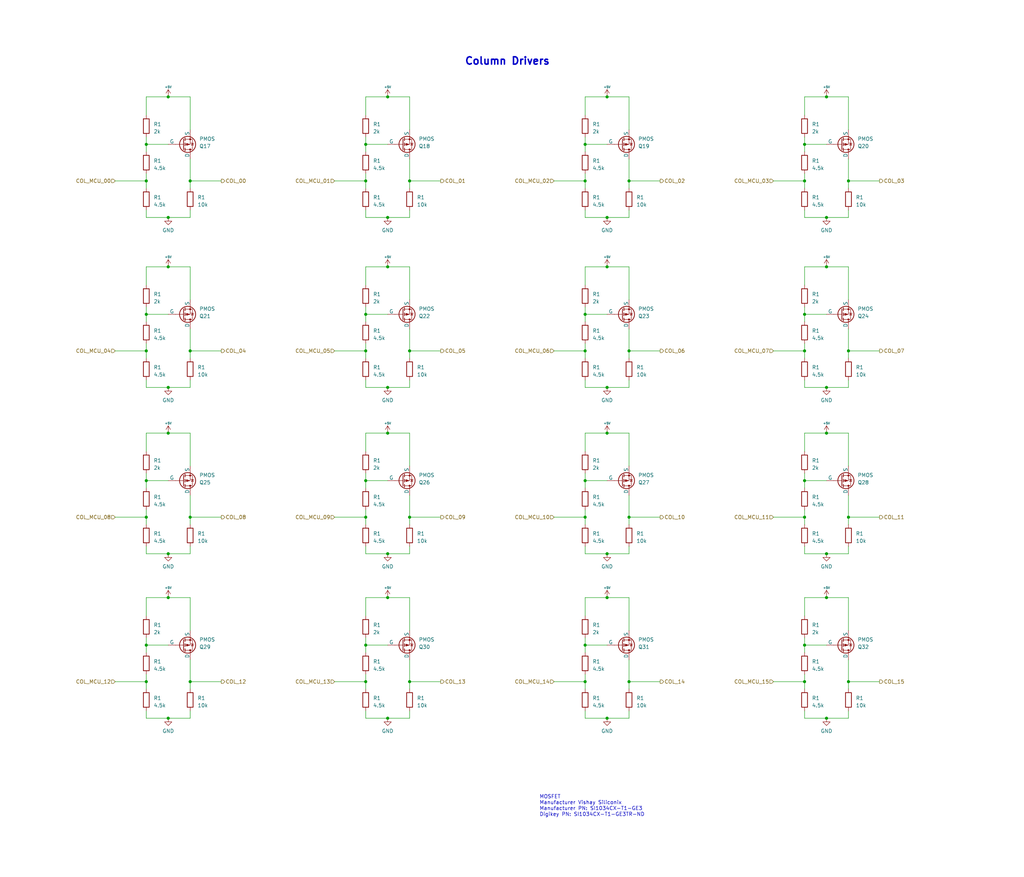
<source format=kicad_sch>
(kicad_sch (version 20230121) (generator eeschema)
  (paper "User" 355.6 304.8)
  (junction (at 203.2 50.165))
  (junction (at 134.62 207.645))
  (junction (at 127 62.865))
  (junction (at 203.2 179.705))
  (junction (at 203.2 224.155))
  (junction (at 287.02 75.565))
  (junction (at 50.8 224.155))
  (junction (at 203.2 236.855))
  (junction (at 279.4 121.92))
  (junction (at 210.82 75.565))
  (junction (at 279.4 109.22))
  (junction (at 58.42 150.495))
  (junction (at 66.04 121.92))
  (junction (at 287.02 134.62))
  (junction (at 279.4 236.855))
  (junction (at 218.44 121.92))
  (junction (at 134.62 134.62))
  (junction (at 294.64 236.855))
  (junction (at 287.02 150.495))
  (junction (at 142.24 236.855))
  (junction (at 203.2 167.005))
  (junction (at 279.4 167.005))
  (junction (at 210.82 192.405))
  (junction (at 58.42 207.645))
  (junction (at 66.04 236.855))
  (junction (at 287.02 192.405))
  (junction (at 50.8 121.92))
  (junction (at 218.44 236.855))
  (junction (at 127 50.165))
  (junction (at 294.64 62.865))
  (junction (at 50.8 236.855))
  (junction (at 142.24 121.92))
  (junction (at 279.4 62.865))
  (junction (at 142.24 179.705))
  (junction (at 134.62 33.655))
  (junction (at 287.02 33.655))
  (junction (at 58.42 92.71))
  (junction (at 127 224.155))
  (junction (at 210.82 92.71))
  (junction (at 58.42 192.405))
  (junction (at 279.4 179.705))
  (junction (at 210.82 207.645))
  (junction (at 134.62 192.405))
  (junction (at 287.02 92.71))
  (junction (at 210.82 33.655))
  (junction (at 127 167.005))
  (junction (at 58.42 33.655))
  (junction (at 50.8 167.005))
  (junction (at 127 179.705))
  (junction (at 294.64 121.92))
  (junction (at 58.42 134.62))
  (junction (at 287.02 249.555))
  (junction (at 210.82 150.495))
  (junction (at 50.8 109.22))
  (junction (at 50.8 179.705))
  (junction (at 58.42 249.555))
  (junction (at 134.62 249.555))
  (junction (at 134.62 75.565))
  (junction (at 210.82 249.555))
  (junction (at 203.2 109.22))
  (junction (at 279.4 224.155))
  (junction (at 66.04 62.865))
  (junction (at 50.8 50.165))
  (junction (at 218.44 62.865))
  (junction (at 134.62 92.71))
  (junction (at 210.82 134.62))
  (junction (at 203.2 121.92))
  (junction (at 203.2 62.865))
  (junction (at 287.02 207.645))
  (junction (at 294.64 179.705))
  (junction (at 66.04 179.705))
  (junction (at 50.8 62.865))
  (junction (at 218.44 179.705))
  (junction (at 134.62 150.495))
  (junction (at 127 121.92))
  (junction (at 127 236.855))
  (junction (at 279.4 50.165))
  (junction (at 142.24 62.865))
  (junction (at 127 109.22))
  (junction (at 58.42 75.565))
  (wire (pts (xy 50.8 150.495) (xy 58.42 150.495)))
  (wire (pts (xy 218.44 192.405) (xy 218.44 189.865)))
  (wire (pts (xy 50.8 50.165) (xy 58.42 50.165)))
  (wire (pts (xy 66.04 179.705) (xy 76.835 179.705)))
  (wire (pts (xy 203.2 236.855) (xy 203.2 239.395)))
  (wire (pts (xy 142.24 121.92) (xy 153.035 121.92)))
  (wire (pts (xy 116.205 236.855) (xy 127 236.855)))
  (wire (pts (xy 50.8 134.62) (xy 58.42 134.62)))
  (wire (pts (xy 203.2 119.38) (xy 203.2 121.92)))
  (wire (pts (xy 218.44 121.92) (xy 229.235 121.92)))
  (wire (pts (xy 142.24 62.865) (xy 153.035 62.865)))
  (wire (pts (xy 203.2 189.865) (xy 203.2 192.405)))
  (wire (pts (xy 50.8 106.68) (xy 50.8 109.22)))
  (wire (pts (xy 294.64 121.92) (xy 294.64 124.46)))
  (wire (pts (xy 294.64 92.71) (xy 294.64 104.14)))
  (wire (pts (xy 279.4 207.645) (xy 287.02 207.645)))
  (wire (pts (xy 127 207.645) (xy 134.62 207.645)))
  (wire (pts (xy 268.605 179.705) (xy 279.4 179.705)))
  (wire (pts (xy 127 224.155) (xy 127 226.695)))
  (wire (pts (xy 50.8 247.015) (xy 50.8 249.555)))
  (wire (pts (xy 50.8 249.555) (xy 58.42 249.555)))
  (wire (pts (xy 218.44 179.705) (xy 218.44 182.245)))
  (wire (pts (xy 294.64 75.565) (xy 294.64 73.025)))
  (wire (pts (xy 134.62 33.655) (xy 142.24 33.655)))
  (wire (pts (xy 127 60.325) (xy 127 62.865)))
  (wire (pts (xy 218.44 172.085) (xy 218.44 179.705)))
  (wire (pts (xy 127 192.405) (xy 134.62 192.405)))
  (wire (pts (xy 127 167.005) (xy 127 169.545)))
  (wire (pts (xy 287.02 249.555) (xy 294.64 249.555)))
  (wire (pts (xy 50.8 99.06) (xy 50.8 92.71)))
  (wire (pts (xy 50.8 221.615) (xy 50.8 224.155)))
  (wire (pts (xy 279.4 62.865) (xy 279.4 65.405)))
  (wire (pts (xy 142.24 62.865) (xy 142.24 65.405)))
  (wire (pts (xy 279.4 189.865) (xy 279.4 192.405)))
  (wire (pts (xy 268.605 236.855) (xy 279.4 236.855)))
  (wire (pts (xy 218.44 150.495) (xy 218.44 161.925)))
  (wire (pts (xy 66.04 229.235) (xy 66.04 236.855)))
  (wire (pts (xy 50.8 207.645) (xy 58.42 207.645)))
  (wire (pts (xy 294.64 236.855) (xy 305.435 236.855)))
  (wire (pts (xy 203.2 75.565) (xy 210.82 75.565)))
  (wire (pts (xy 203.2 106.68) (xy 203.2 109.22)))
  (wire (pts (xy 66.04 33.655) (xy 66.04 45.085)))
  (wire (pts (xy 203.2 73.025) (xy 203.2 75.565)))
  (wire (pts (xy 50.8 75.565) (xy 58.42 75.565)))
  (wire (pts (xy 66.04 207.645) (xy 66.04 219.075)))
  (wire (pts (xy 50.8 213.995) (xy 50.8 207.645)))
  (wire (pts (xy 127 177.165) (xy 127 179.705)))
  (wire (pts (xy 279.4 121.92) (xy 279.4 124.46)))
  (wire (pts (xy 66.04 236.855) (xy 76.835 236.855)))
  (wire (pts (xy 279.4 150.495) (xy 287.02 150.495)))
  (wire (pts (xy 210.82 33.655) (xy 218.44 33.655)))
  (wire (pts (xy 66.04 236.855) (xy 66.04 239.395)))
  (wire (pts (xy 58.42 249.555) (xy 66.04 249.555)))
  (wire (pts (xy 192.405 121.92) (xy 203.2 121.92)))
  (wire (pts (xy 58.42 150.495) (xy 66.04 150.495)))
  (wire (pts (xy 127 50.165) (xy 134.62 50.165)))
  (wire (pts (xy 50.8 179.705) (xy 50.8 182.245)))
  (wire (pts (xy 66.04 92.71) (xy 66.04 104.14)))
  (wire (pts (xy 268.605 121.92) (xy 279.4 121.92)))
  (wire (pts (xy 279.4 177.165) (xy 279.4 179.705)))
  (wire (pts (xy 218.44 55.245) (xy 218.44 62.865)))
  (wire (pts (xy 218.44 114.3) (xy 218.44 121.92)))
  (wire (pts (xy 279.4 109.22) (xy 287.02 109.22)))
  (wire (pts (xy 142.24 179.705) (xy 142.24 182.245)))
  (wire (pts (xy 218.44 92.71) (xy 218.44 104.14)))
  (wire (pts (xy 294.64 114.3) (xy 294.64 121.92)))
  (wire (pts (xy 142.24 236.855) (xy 153.035 236.855)))
  (wire (pts (xy 203.2 207.645) (xy 210.82 207.645)))
  (wire (pts (xy 50.8 119.38) (xy 50.8 121.92)))
  (wire (pts (xy 287.02 33.655) (xy 294.64 33.655)))
  (wire (pts (xy 58.42 134.62) (xy 66.04 134.62)))
  (wire (pts (xy 294.64 179.705) (xy 305.435 179.705)))
  (wire (pts (xy 134.62 150.495) (xy 142.24 150.495)))
  (wire (pts (xy 210.82 249.555) (xy 218.44 249.555)))
  (wire (pts (xy 40.005 179.705) (xy 50.8 179.705)))
  (wire (pts (xy 50.8 50.165) (xy 50.8 52.705)))
  (wire (pts (xy 142.24 121.92) (xy 142.24 124.46)))
  (wire (pts (xy 58.42 192.405) (xy 66.04 192.405)))
  (wire (pts (xy 50.8 156.845) (xy 50.8 150.495)))
  (wire (pts (xy 218.44 62.865) (xy 229.235 62.865)))
  (wire (pts (xy 142.24 134.62) (xy 142.24 132.08)))
  (wire (pts (xy 127 75.565) (xy 134.62 75.565)))
  (wire (pts (xy 50.8 189.865) (xy 50.8 192.405)))
  (wire (pts (xy 279.4 60.325) (xy 279.4 62.865)))
  (wire (pts (xy 279.4 213.995) (xy 279.4 207.645)))
  (wire (pts (xy 66.04 172.085) (xy 66.04 179.705)))
  (wire (pts (xy 58.42 92.71) (xy 66.04 92.71)))
  (wire (pts (xy 279.4 236.855) (xy 279.4 239.395)))
  (wire (pts (xy 50.8 224.155) (xy 58.42 224.155)))
  (wire (pts (xy 142.24 179.705) (xy 153.035 179.705)))
  (wire (pts (xy 50.8 73.025) (xy 50.8 75.565)))
  (wire (pts (xy 279.4 132.08) (xy 279.4 134.62)))
  (wire (pts (xy 203.2 167.005) (xy 203.2 169.545)))
  (wire (pts (xy 203.2 221.615) (xy 203.2 224.155)))
  (wire (pts (xy 294.64 62.865) (xy 294.64 65.405)))
  (wire (pts (xy 203.2 60.325) (xy 203.2 62.865)))
  (wire (pts (xy 268.605 62.865) (xy 279.4 62.865)))
  (wire (pts (xy 127 224.155) (xy 134.62 224.155)))
  (wire (pts (xy 58.42 207.645) (xy 66.04 207.645)))
  (wire (pts (xy 127 167.005) (xy 134.62 167.005)))
  (wire (pts (xy 127 247.015) (xy 127 249.555)))
  (wire (pts (xy 127 164.465) (xy 127 167.005)))
  (wire (pts (xy 50.8 177.165) (xy 50.8 179.705)))
  (wire (pts (xy 279.4 40.005) (xy 279.4 33.655)))
  (wire (pts (xy 203.2 177.165) (xy 203.2 179.705)))
  (wire (pts (xy 40.005 62.865) (xy 50.8 62.865)))
  (wire (pts (xy 127 119.38) (xy 127 121.92)))
  (wire (pts (xy 127 134.62) (xy 134.62 134.62)))
  (wire (pts (xy 210.82 134.62) (xy 218.44 134.62)))
  (wire (pts (xy 279.4 224.155) (xy 279.4 226.695)))
  (wire (pts (xy 203.2 224.155) (xy 203.2 226.695)))
  (wire (pts (xy 203.2 92.71) (xy 210.82 92.71)))
  (wire (pts (xy 203.2 50.165) (xy 203.2 52.705)))
  (wire (pts (xy 279.4 224.155) (xy 287.02 224.155)))
  (wire (pts (xy 66.04 134.62) (xy 66.04 132.08)))
  (wire (pts (xy 142.24 229.235) (xy 142.24 236.855)))
  (wire (pts (xy 66.04 192.405) (xy 66.04 189.865)))
  (wire (pts (xy 294.64 121.92) (xy 305.435 121.92)))
  (wire (pts (xy 294.64 55.245) (xy 294.64 62.865)))
  (wire (pts (xy 50.8 167.005) (xy 50.8 169.545)))
  (wire (pts (xy 287.02 92.71) (xy 294.64 92.71)))
  (wire (pts (xy 66.04 150.495) (xy 66.04 161.925)))
  (wire (pts (xy 58.42 75.565) (xy 66.04 75.565)))
  (wire (pts (xy 218.44 236.855) (xy 218.44 239.395)))
  (wire (pts (xy 127 189.865) (xy 127 192.405)))
  (wire (pts (xy 50.8 236.855) (xy 50.8 239.395)))
  (wire (pts (xy 58.42 33.655) (xy 66.04 33.655)))
  (wire (pts (xy 218.44 179.705) (xy 229.235 179.705)))
  (wire (pts (xy 203.2 179.705) (xy 203.2 182.245)))
  (wire (pts (xy 50.8 40.005) (xy 50.8 33.655)))
  (wire (pts (xy 294.64 172.085) (xy 294.64 179.705)))
  (wire (pts (xy 50.8 33.655) (xy 58.42 33.655)))
  (wire (pts (xy 203.2 247.015) (xy 203.2 249.555)))
  (wire (pts (xy 203.2 121.92) (xy 203.2 124.46)))
  (wire (pts (xy 294.64 207.645) (xy 294.64 219.075)))
  (wire (pts (xy 127 150.495) (xy 134.62 150.495)))
  (wire (pts (xy 203.2 249.555) (xy 210.82 249.555)))
  (wire (pts (xy 50.8 47.625) (xy 50.8 50.165)))
  (wire (pts (xy 127 40.005) (xy 127 33.655)))
  (wire (pts (xy 279.4 249.555) (xy 287.02 249.555)))
  (wire (pts (xy 210.82 150.495) (xy 218.44 150.495)))
  (wire (pts (xy 66.04 75.565) (xy 66.04 73.025)))
  (wire (pts (xy 127 73.025) (xy 127 75.565)))
  (wire (pts (xy 279.4 47.625) (xy 279.4 50.165)))
  (wire (pts (xy 287.02 192.405) (xy 294.64 192.405)))
  (wire (pts (xy 134.62 134.62) (xy 142.24 134.62)))
  (wire (pts (xy 203.2 167.005) (xy 210.82 167.005)))
  (wire (pts (xy 134.62 249.555) (xy 142.24 249.555)))
  (wire (pts (xy 279.4 156.845) (xy 279.4 150.495)))
  (wire (pts (xy 203.2 47.625) (xy 203.2 50.165)))
  (wire (pts (xy 127 33.655) (xy 134.62 33.655)))
  (wire (pts (xy 203.2 213.995) (xy 203.2 207.645)))
  (wire (pts (xy 142.24 249.555) (xy 142.24 247.015)))
  (wire (pts (xy 127 92.71) (xy 134.62 92.71)))
  (wire (pts (xy 127 47.625) (xy 127 50.165)))
  (wire (pts (xy 218.44 236.855) (xy 229.235 236.855)))
  (wire (pts (xy 287.02 150.495) (xy 294.64 150.495)))
  (wire (pts (xy 218.44 249.555) (xy 218.44 247.015)))
  (wire (pts (xy 287.02 207.645) (xy 294.64 207.645)))
  (wire (pts (xy 127 50.165) (xy 127 52.705)))
  (wire (pts (xy 279.4 247.015) (xy 279.4 249.555)))
  (wire (pts (xy 203.2 134.62) (xy 210.82 134.62)))
  (wire (pts (xy 210.82 75.565) (xy 218.44 75.565)))
  (wire (pts (xy 66.04 121.92) (xy 76.835 121.92)))
  (wire (pts (xy 294.64 229.235) (xy 294.64 236.855)))
  (wire (pts (xy 203.2 62.865) (xy 203.2 65.405)))
  (wire (pts (xy 279.4 234.315) (xy 279.4 236.855)))
  (wire (pts (xy 210.82 92.71) (xy 218.44 92.71)))
  (wire (pts (xy 203.2 164.465) (xy 203.2 167.005)))
  (wire (pts (xy 50.8 167.005) (xy 58.42 167.005)))
  (wire (pts (xy 40.005 121.92) (xy 50.8 121.92)))
  (wire (pts (xy 279.4 75.565) (xy 287.02 75.565)))
  (wire (pts (xy 279.4 50.165) (xy 287.02 50.165)))
  (wire (pts (xy 279.4 134.62) (xy 287.02 134.62)))
  (wire (pts (xy 116.205 62.865) (xy 127 62.865)))
  (wire (pts (xy 294.64 150.495) (xy 294.64 161.925)))
  (wire (pts (xy 218.44 134.62) (xy 218.44 132.08)))
  (wire (pts (xy 142.24 92.71) (xy 142.24 104.14)))
  (wire (pts (xy 192.405 179.705) (xy 203.2 179.705)))
  (wire (pts (xy 142.24 114.3) (xy 142.24 121.92)))
  (wire (pts (xy 66.04 249.555) (xy 66.04 247.015)))
  (wire (pts (xy 134.62 75.565) (xy 142.24 75.565)))
  (wire (pts (xy 279.4 50.165) (xy 279.4 52.705)))
  (wire (pts (xy 116.205 121.92) (xy 127 121.92)))
  (wire (pts (xy 127 62.865) (xy 127 65.405)))
  (wire (pts (xy 127 99.06) (xy 127 92.71)))
  (wire (pts (xy 142.24 207.645) (xy 142.24 219.075)))
  (wire (pts (xy 203.2 109.22) (xy 210.82 109.22)))
  (wire (pts (xy 203.2 156.845) (xy 203.2 150.495)))
  (wire (pts (xy 203.2 40.005) (xy 203.2 33.655)))
  (wire (pts (xy 50.8 132.08) (xy 50.8 134.62)))
  (wire (pts (xy 127 179.705) (xy 127 182.245)))
  (wire (pts (xy 294.64 179.705) (xy 294.64 182.245)))
  (wire (pts (xy 279.4 179.705) (xy 279.4 182.245)))
  (wire (pts (xy 203.2 224.155) (xy 210.82 224.155)))
  (wire (pts (xy 142.24 33.655) (xy 142.24 45.085)))
  (wire (pts (xy 279.4 99.06) (xy 279.4 92.71)))
  (wire (pts (xy 279.4 164.465) (xy 279.4 167.005)))
  (wire (pts (xy 279.4 73.025) (xy 279.4 75.565)))
  (wire (pts (xy 134.62 207.645) (xy 142.24 207.645)))
  (wire (pts (xy 127 221.615) (xy 127 224.155)))
  (wire (pts (xy 279.4 109.22) (xy 279.4 111.76)))
  (wire (pts (xy 279.4 92.71) (xy 287.02 92.71)))
  (wire (pts (xy 279.4 221.615) (xy 279.4 224.155)))
  (wire (pts (xy 294.64 192.405) (xy 294.64 189.865)))
  (wire (pts (xy 203.2 234.315) (xy 203.2 236.855)))
  (wire (pts (xy 203.2 109.22) (xy 203.2 111.76)))
  (wire (pts (xy 50.8 92.71) (xy 58.42 92.71)))
  (wire (pts (xy 127 236.855) (xy 127 239.395)))
  (wire (pts (xy 287.02 134.62) (xy 294.64 134.62)))
  (wire (pts (xy 134.62 92.71) (xy 142.24 92.71)))
  (wire (pts (xy 50.8 109.22) (xy 58.42 109.22)))
  (wire (pts (xy 127 234.315) (xy 127 236.855)))
  (wire (pts (xy 127 109.22) (xy 127 111.76)))
  (wire (pts (xy 294.64 249.555) (xy 294.64 247.015)))
  (wire (pts (xy 66.04 62.865) (xy 66.04 65.405)))
  (wire (pts (xy 279.4 106.68) (xy 279.4 109.22)))
  (wire (pts (xy 287.02 75.565) (xy 294.64 75.565)))
  (wire (pts (xy 279.4 167.005) (xy 279.4 169.545)))
  (wire (pts (xy 203.2 99.06) (xy 203.2 92.71)))
  (wire (pts (xy 192.405 236.855) (xy 203.2 236.855)))
  (wire (pts (xy 294.64 62.865) (xy 305.435 62.865)))
  (wire (pts (xy 50.8 60.325) (xy 50.8 62.865)))
  (wire (pts (xy 50.8 121.92) (xy 50.8 124.46)))
  (wire (pts (xy 66.04 179.705) (xy 66.04 182.245)))
  (wire (pts (xy 134.62 192.405) (xy 142.24 192.405)))
  (wire (pts (xy 142.24 192.405) (xy 142.24 189.865)))
  (wire (pts (xy 218.44 207.645) (xy 218.44 219.075)))
  (wire (pts (xy 66.04 55.245) (xy 66.04 62.865)))
  (wire (pts (xy 127 132.08) (xy 127 134.62)))
  (wire (pts (xy 294.64 134.62) (xy 294.64 132.08)))
  (wire (pts (xy 142.24 172.085) (xy 142.24 179.705)))
  (wire (pts (xy 192.405 62.865) (xy 203.2 62.865)))
  (wire (pts (xy 50.8 192.405) (xy 58.42 192.405)))
  (wire (pts (xy 127 249.555) (xy 134.62 249.555)))
  (wire (pts (xy 50.8 109.22) (xy 50.8 111.76)))
  (wire (pts (xy 279.4 33.655) (xy 287.02 33.655)))
  (wire (pts (xy 294.64 236.855) (xy 294.64 239.395)))
  (wire (pts (xy 142.24 236.855) (xy 142.24 239.395)))
  (wire (pts (xy 203.2 192.405) (xy 210.82 192.405)))
  (wire (pts (xy 218.44 121.92) (xy 218.44 124.46)))
  (wire (pts (xy 218.44 62.865) (xy 218.44 65.405)))
  (wire (pts (xy 142.24 150.495) (xy 142.24 161.925)))
  (wire (pts (xy 40.005 236.855) (xy 50.8 236.855)))
  (wire (pts (xy 210.82 207.645) (xy 218.44 207.645)))
  (wire (pts (xy 203.2 33.655) (xy 210.82 33.655)))
  (wire (pts (xy 50.8 234.315) (xy 50.8 236.855)))
  (wire (pts (xy 294.64 33.655) (xy 294.64 45.085)))
  (wire (pts (xy 142.24 75.565) (xy 142.24 73.025)))
  (wire (pts (xy 279.4 167.005) (xy 287.02 167.005)))
  (wire (pts (xy 127 121.92) (xy 127 124.46)))
  (wire (pts (xy 50.8 224.155) (xy 50.8 226.695)))
  (wire (pts (xy 210.82 192.405) (xy 218.44 192.405)))
  (wire (pts (xy 66.04 114.3) (xy 66.04 121.92)))
  (wire (pts (xy 127 109.22) (xy 134.62 109.22)))
  (wire (pts (xy 218.44 33.655) (xy 218.44 45.085)))
  (wire (pts (xy 279.4 119.38) (xy 279.4 121.92)))
  (wire (pts (xy 116.205 179.705) (xy 127 179.705)))
  (wire (pts (xy 50.8 62.865) (xy 50.8 65.405)))
  (wire (pts (xy 279.4 192.405) (xy 287.02 192.405)))
  (wire (pts (xy 142.24 55.245) (xy 142.24 62.865)))
  (wire (pts (xy 127 213.995) (xy 127 207.645)))
  (wire (pts (xy 203.2 132.08) (xy 203.2 134.62)))
  (wire (pts (xy 66.04 62.865) (xy 76.835 62.865)))
  (wire (pts (xy 218.44 229.235) (xy 218.44 236.855)))
  (wire (pts (xy 50.8 164.465) (xy 50.8 167.005)))
  (wire (pts (xy 127 106.68) (xy 127 109.22)))
  (wire (pts (xy 218.44 75.565) (xy 218.44 73.025)))
  (wire (pts (xy 203.2 50.165) (xy 210.82 50.165)))
  (wire (pts (xy 66.04 121.92) (xy 66.04 124.46)))
  (wire (pts (xy 127 156.845) (xy 127 150.495)))
  (wire (pts (xy 203.2 150.495) (xy 210.82 150.495)))
  (text "MOSFET\nManufacturer Vishay Siliconix\nManufacturer PN: SI1034CX-T1-GE3\nDigikey PN: SI1034CX-T1-GE3TR-ND\n" (at 187.325 283.845 0) (effects (font (size 1.27 1.27)) (justify left bottom)))
  (text "Column Drivers" (at 161.29 22.86 0) (effects (font (size 2.54 2.54) (thickness 0.508) bold) (justify left bottom)))
  (hierarchical_label "COL_15" (shape output) (at 305.435 236.855 0))
  (hierarchical_label "COL_MCU_12" (shape input) (at 40.005 236.855 180))
  (hierarchical_label "COL_MCU_15" (shape input) (at 268.605 236.855 180))
  (hierarchical_label "COL_12" (shape output) (at 76.835 236.855 0))
  (hierarchical_label "COL_02" (shape output) (at 229.235 62.865 0))
  (hierarchical_label "COL_MCU_00" (shape input) (at 40.005 62.865 180))
  (hierarchical_label "COL_04" (shape output) (at 76.835 121.92 0))
  (hierarchical_label "COL_03" (shape output) (at 305.435 62.865 0))
  (hierarchical_label "COL_MCU_13" (shape input) (at 116.205 236.855 180))
  (hierarchical_label "COL_06" (shape output) (at 229.235 121.92 0))
  (hierarchical_label "COL_09" (shape output) (at 153.035 179.705 0))
  (hierarchical_label "COL_07" (shape output) (at 305.435 121.92 0))
  (hierarchical_label "COL_MCU_03" (shape input) (at 268.605 62.865 180))
  (hierarchical_label "COL_MCU_10" (shape input) (at 192.405 179.705 180))
  (hierarchical_label "COL_MCU_11" (shape input) (at 268.605 179.705 180))
  (hierarchical_label "COL_MCU_05" (shape input) (at 116.205 121.92 180))
  (hierarchical_label "COL_MCU_04" (shape input) (at 40.005 121.92 180))
  (hierarchical_label "COL_14" (shape output) (at 229.235 236.855 0))
  (hierarchical_label "COL_00" (shape output) (at 76.835 62.865 0))
  (hierarchical_label "COL_MCU_06" (shape input) (at 192.405 121.92 180))
  (hierarchical_label "COL_MCU_09" (shape input) (at 116.205 179.705 180))
  (hierarchical_label "COL_MCU_01" (shape input) (at 116.205 62.865 180))
  (hierarchical_label "COL_01" (shape output) (at 153.035 62.865 0))
  (hierarchical_label "COL_MCU_14" (shape input) (at 192.405 236.855 180))
  (hierarchical_label "COL_13" (shape output) (at 153.035 236.855 0))
  (hierarchical_label "COL_MCU_08" (shape input) (at 40.005 179.705 180))
  (hierarchical_label "COL_08" (shape output) (at 76.835 179.705 0))
  (hierarchical_label "COL_MCU_07" (shape input) (at 268.605 121.92 180))
  (hierarchical_label "COL_10" (shape output) (at 229.235 179.705 0))
  (hierarchical_label "COL_05" (shape output) (at 153.035 121.92 0))
  (hierarchical_label "COL_11" (shape output) (at 305.435 179.705 0))
  (hierarchical_label "COL_MCU_02" (shape input) (at 192.405 62.865 180))
  (symbol (lib_id "Device:R") (at 203.2 56.515 0) (unit 1)
    (property "Reference" "R1" (at 205.74 55.88 0) (effects (justify left)))
    (property "Value" "4.5k" (at 205.74 58.42 0) (effects (justify left)))
    (property "Footprint" "panel_custom:R_0201_0603Metric" (effects hide))
    (instances (project "panel" (path "" (reference "R1") (unit 1)) (path "" (reference "R7") (unit 1))))
  )
  (symbol (lib_id "Device:R") (at 142.24 186.055 0) (unit 1)
    (property "Reference" "R1" (at 144.78 185.42 0) (effects (justify left)))
    (property "Value" "10k" (at 144.78 187.96 0) (effects (justify left)))
    (property "Footprint" "panel_custom:R_0201_0603Metric" (effects hide))
    (instances (project "panel" (path "" (reference "R1") (unit 1)) (path "" (reference "R81") (unit 1))))
  )
  (symbol (lib_id "power:GND") (at 134.62 134.62 0) (unit 1)
    (property "Reference" "#PWR096" (effects hide))
    (property "Value" "GND" (at 134.62 139.065 0))
  )
  (symbol (lib_id "Device:R") (at 50.8 115.57 0) (unit 1)
    (property "Reference" "R1" (at 53.34 114.935 0) (effects (justify left)))
    (property "Value" "4.5k" (at 53.34 117.475 0) (effects (justify left)))
    (property "Footprint" "panel_custom:R_0201_0603Metric" (effects hide))
    (instances (project "panel" (path "" (reference "R1") (unit 1)) (path "" (reference "R21") (unit 1))))
  )
  (symbol (lib_id "Device:R") (at 127 160.655 0) (unit 1)
    (property "Reference" "R1" (at 129.54 160.02 0) (effects (justify left)))
    (property "Value" "2k" (at 129.54 162.56 0) (effects (justify left)))
    (property "Footprint" "panel_custom:R_0201_0603Metric" (effects hide))
    (instances (project "panel" (path "" (reference "R1") (unit 1)) (path "" (reference "R71") (unit 1))))
  )
  (symbol (lib_id "Simulation_SPICE:PMOS") (at 139.7 109.22 0) (mirror x) (unit 1)
    (property "Reference" "Q22" (at 145.415 109.855 0) (effects (justify left)))
    (property "Value" "PMOS" (at 145.415 107.315 0) (effects (justify left)))
    (property "Datasheet" "https://ngspice.sourceforge.io/docs/ngspice-manual.pdf" (effects hide))
    (property "Sim.Device" "PMOS" (effects hide))
    (property "Sim.Type" "VDMOS" (effects hide))
    (property "Sim.Pins" "1=D 2=G 3=S" (effects hide))
  )
  (symbol (lib_id "power:+5V") (at 58.42 207.645 0) (unit 1)
    (property "Reference" "#PWR01" (effects hide))
    (property "Value" "+5V" (at 58.42 204.216 0) (effects (font (size 0.762 0.762))))
    (instances (project "panel" (path "" (reference "#PWR01") (unit 1)) (path "" (reference "#PWR013") (unit 1))))
  )
  (symbol (lib_id "Device:R") (at 294.64 128.27 0) (unit 1)
    (property "Reference" "R1" (at 297.18 127.635 0) (effects (justify left)))
    (property "Value" "10k" (at 297.18 130.175 0) (effects (justify left)))
    (property "Footprint" "panel_custom:R_0201_0603Metric" (effects hide))
    (instances (project "panel" (path "" (reference "R1") (unit 1)) (path "" (reference "R32") (unit 1))))
  )
  (symbol (lib_id "Device:R") (at 142.24 69.215 0) (unit 1)
    (property "Reference" "R1" (at 144.78 68.58 0) (effects (justify left)))
    (property "Value" "10k" (at 144.78 71.12 0) (effects (justify left)))
    (property "Footprint" "panel_custom:R_0201_0603Metric" (effects hide))
    (instances (project "panel" (path "" (reference "R1") (unit 1)) (path "" (reference "R12") (unit 1))))
  )
  (symbol (lib_id "Device:R") (at 50.8 217.805 0) (unit 1)
    (property "Reference" "R1" (at 53.34 217.17 0) (effects (justify left)))
    (property "Value" "2k" (at 53.34 219.71 0) (effects (justify left)))
    (property "Footprint" "panel_custom:R_0201_0603Metric" (effects hide))
    (instances (project "panel" (path "" (reference "R1") (unit 1)) (path "" (reference "R86") (unit 1))))
  )
  (symbol (lib_id "Simulation_SPICE:PMOS") (at 63.5 224.155 0) (mirror x) (unit 1)
    (property "Reference" "Q29" (at 69.215 224.79 0) (effects (justify left)))
    (property "Value" "PMOS" (at 69.215 222.25 0) (effects (justify left)))
    (property "Datasheet" "https://ngspice.sourceforge.io/docs/ngspice-manual.pdf" (effects hide))
    (property "Sim.Device" "PMOS" (effects hide))
    (property "Sim.Type" "VDMOS" (effects hide))
    (property "Sim.Pins" "1=D 2=G 3=S" (effects hide))
  )
  (symbol (lib_id "Device:R") (at 279.4 217.805 0) (unit 1)
    (property "Reference" "R1" (at 281.94 217.17 0) (effects (justify left)))
    (property "Value" "2k" (at 281.94 219.71 0) (effects (justify left)))
    (property "Footprint" "panel_custom:R_0201_0603Metric" (effects hide))
    (instances (project "panel" (path "" (reference "R1") (unit 1)) (path "" (reference "R89") (unit 1))))
  )
  (symbol (lib_id "power:+5V") (at 210.82 33.655 0) (unit 1)
    (property "Reference" "#PWR01" (effects hide))
    (property "Value" "+5V" (at 210.82 30.226 0) (effects (font (size 0.762 0.762))))
    (instances (project "panel" (path "" (reference "#PWR01") (unit 1)) (path "" (reference "#PWR03") (unit 1))))
  )
  (symbol (lib_id "power:GND") (at 210.82 134.62 0) (unit 1)
    (property "Reference" "#PWR097" (effects hide))
    (property "Value" "GND" (at 210.82 139.065 0))
  )
  (symbol (lib_id "Device:R") (at 218.44 243.205 0) (unit 1)
    (property "Reference" "R1" (at 220.98 242.57 0) (effects (justify left)))
    (property "Value" "10k" (at 220.98 245.11 0) (effects (justify left)))
    (property "Footprint" "panel_custom:R_0201_0603Metric" (effects hide))
    (instances (project "panel" (path "" (reference "R1") (unit 1)) (path "" (reference "R99") (unit 1))))
  )
  (symbol (lib_id "power:GND") (at 287.02 192.405 0) (unit 1)
    (property "Reference" "#PWR0102" (effects hide))
    (property "Value" "GND" (at 287.02 196.85 0))
  )
  (symbol (lib_id "Device:R") (at 127 102.87 0) (unit 1)
    (property "Reference" "R1" (at 129.54 102.235 0) (effects (justify left)))
    (property "Value" "2k" (at 129.54 104.775 0) (effects (justify left)))
    (property "Footprint" "panel_custom:R_0201_0603Metric" (effects hide))
    (instances (project "panel" (path "" (reference "R1") (unit 1)) (path "" (reference "R18") (unit 1))))
  )
  (symbol (lib_id "Device:R") (at 203.2 102.87 0) (unit 1)
    (property "Reference" "R1" (at 205.74 102.235 0) (effects (justify left)))
    (property "Value" "2k" (at 205.74 104.775 0) (effects (justify left)))
    (property "Footprint" "panel_custom:R_0201_0603Metric" (effects hide))
    (instances (project "panel" (path "" (reference "R1") (unit 1)) (path "" (reference "R19") (unit 1))))
  )
  (symbol (lib_id "Device:R") (at 127 173.355 0) (unit 1)
    (property "Reference" "R1" (at 129.54 172.72 0) (effects (justify left)))
    (property "Value" "4.5k" (at 129.54 175.26 0) (effects (justify left)))
    (property "Footprint" "panel_custom:R_0201_0603Metric" (effects hide))
    (instances (project "panel" (path "" (reference "R1") (unit 1)) (path "" (reference "R75") (unit 1))))
  )
  (symbol (lib_id "Device:R") (at 50.8 69.215 0) (unit 1)
    (property "Reference" "R1" (at 53.34 68.58 0) (effects (justify left)))
    (property "Value" "4.5k" (at 53.34 71.12 0) (effects (justify left)))
    (property "Footprint" "panel_custom:R_0201_0603Metric" (effects hide))
    (instances (project "panel" (path "" (reference "R1") (unit 1)) (path "" (reference "R9") (unit 1))))
  )
  (symbol (lib_id "Device:R") (at 50.8 186.055 0) (unit 1)
    (property "Reference" "R1" (at 53.34 185.42 0) (effects (justify left)))
    (property "Value" "4.5k" (at 53.34 187.96 0) (effects (justify left)))
    (property "Footprint" "panel_custom:R_0201_0603Metric" (effects hide))
    (instances (project "panel" (path "" (reference "R1") (unit 1)) (path "" (reference "R78") (unit 1))))
  )
  (symbol (lib_id "Device:R") (at 50.8 102.87 0) (unit 1)
    (property "Reference" "R1" (at 53.34 102.235 0) (effects (justify left)))
    (property "Value" "2k" (at 53.34 104.775 0) (effects (justify left)))
    (property "Footprint" "panel_custom:R_0201_0603Metric" (effects hide))
    (instances (project "panel" (path "" (reference "R1") (unit 1)) (path "" (reference "R17") (unit 1))))
  )
  (symbol (lib_id "Device:R") (at 203.2 115.57 0) (unit 1)
    (property "Reference" "R1" (at 205.74 114.935 0) (effects (justify left)))
    (property "Value" "4.5k" (at 205.74 117.475 0) (effects (justify left)))
    (property "Footprint" "panel_custom:R_0201_0603Metric" (effects hide))
    (instances (project "panel" (path "" (reference "R1") (unit 1)) (path "" (reference "R23") (unit 1))))
  )
  (symbol (lib_id "power:GND") (at 210.82 249.555 0) (unit 1)
    (property "Reference" "#PWR0105" (effects hide))
    (property "Value" "GND" (at 210.82 254 0))
  )
  (symbol (lib_id "Device:R") (at 218.44 69.215 0) (unit 1)
    (property "Reference" "R1" (at 220.98 68.58 0) (effects (justify left)))
    (property "Value" "10k" (at 220.98 71.12 0) (effects (justify left)))
    (property "Footprint" "panel_custom:R_0201_0603Metric" (effects hide))
    (instances (project "panel" (path "" (reference "R1") (unit 1)) (path "" (reference "R14") (unit 1))))
  )
  (symbol (lib_id "Simulation_SPICE:PMOS") (at 139.7 167.005 0) (mirror x) (unit 1)
    (property "Reference" "Q26" (at 145.415 167.64 0) (effects (justify left)))
    (property "Value" "PMOS" (at 145.415 165.1 0) (effects (justify left)))
    (property "Datasheet" "https://ngspice.sourceforge.io/docs/ngspice-manual.pdf" (effects hide))
    (property "Sim.Device" "PMOS" (effects hide))
    (property "Sim.Type" "VDMOS" (effects hide))
    (property "Sim.Pins" "1=D 2=G 3=S" (effects hide))
  )
  (symbol (lib_id "Simulation_SPICE:PMOS") (at 139.7 224.155 0) (mirror x) (unit 1)
    (property "Reference" "Q30" (at 145.415 224.79 0) (effects (justify left)))
    (property "Value" "PMOS" (at 145.415 222.25 0) (effects (justify left)))
    (property "Datasheet" "https://ngspice.sourceforge.io/docs/ngspice-manual.pdf" (effects hide))
    (property "Sim.Device" "PMOS" (effects hide))
    (property "Sim.Type" "VDMOS" (effects hide))
    (property "Sim.Pins" "1=D 2=G 3=S" (effects hide))
  )
  (symbol (lib_id "Device:R") (at 294.64 69.215 0) (unit 1)
    (property "Reference" "R1" (at 297.18 68.58 0) (effects (justify left)))
    (property "Value" "10k" (at 297.18 71.12 0) (effects (justify left)))
    (property "Footprint" "panel_custom:R_0201_0603Metric" (effects hide))
    (instances (project "panel" (path "" (reference "R1") (unit 1)) (path "" (reference "R16") (unit 1))))
  )
  (symbol (lib_id "Device:R") (at 279.4 115.57 0) (unit 1)
    (property "Reference" "R1" (at 281.94 114.935 0) (effects (justify left)))
    (property "Value" "4.5k" (at 281.94 117.475 0) (effects (justify left)))
    (property "Footprint" "panel_custom:R_0201_0603Metric" (effects hide))
    (instances (project "panel" (path "" (reference "R1") (unit 1)) (path "" (reference "R24") (unit 1))))
  )
  (symbol (lib_id "power:GND") (at 210.82 192.405 0) (unit 1)
    (property "Reference" "#PWR0101" (effects hide))
    (property "Value" "GND" (at 210.82 196.85 0))
  )
  (symbol (lib_id "power:GND") (at 210.82 75.565 0) (unit 1)
    (property "Reference" "#PWR093" (effects hide))
    (property "Value" "GND" (at 210.82 80.01 0))
  )
  (symbol (lib_id "Simulation_SPICE:PMOS") (at 215.9 109.22 0) (mirror x) (unit 1)
    (property "Reference" "Q23" (at 221.615 109.855 0) (effects (justify left)))
    (property "Value" "PMOS" (at 221.615 107.315 0) (effects (justify left)))
    (property "Datasheet" "https://ngspice.sourceforge.io/docs/ngspice-manual.pdf" (effects hide))
    (property "Sim.Device" "PMOS" (effects hide))
    (property "Sim.Type" "VDMOS" (effects hide))
    (property "Sim.Pins" "1=D 2=G 3=S" (effects hide))
  )
  (symbol (lib_id "Device:R") (at 50.8 243.205 0) (unit 1)
    (property "Reference" "R1" (at 53.34 242.57 0) (effects (justify left)))
    (property "Value" "4.5k" (at 53.34 245.11 0) (effects (justify left)))
    (property "Footprint" "panel_custom:R_0201_0603Metric" (effects hide))
    (instances (project "panel" (path "" (reference "R1") (unit 1)) (path "" (reference "R94") (unit 1))))
  )
  (symbol (lib_id "Device:R") (at 279.4 243.205 0) (unit 1)
    (property "Reference" "R1" (at 281.94 242.57 0) (effects (justify left)))
    (property "Value" "4.5k" (at 281.94 245.11 0) (effects (justify left)))
    (property "Footprint" "panel_custom:R_0201_0603Metric" (effects hide))
    (instances (project "panel" (path "" (reference "R1") (unit 1)) (path "" (reference "R100") (unit 1))))
  )
  (symbol (lib_id "power:+5V") (at 58.42 92.71 0) (unit 1)
    (property "Reference" "#PWR01" (effects hide))
    (property "Value" "+5V" (at 58.42 89.281 0) (effects (font (size 0.762 0.762))))
    (instances (project "panel" (path "" (reference "#PWR01") (unit 1)) (path "" (reference "#PWR05") (unit 1))))
  )
  (symbol (lib_id "Device:R") (at 203.2 230.505 0) (unit 1)
    (property "Reference" "R1" (at 205.74 229.87 0) (effects (justify left)))
    (property "Value" "4.5k" (at 205.74 232.41 0) (effects (justify left)))
    (property "Footprint" "panel_custom:R_0201_0603Metric" (effects hide))
    (instances (project "panel" (path "" (reference "R1") (unit 1)) (path "" (reference "R92") (unit 1))))
  )
  (symbol (lib_id "Device:R") (at 203.2 243.205 0) (unit 1)
    (property "Reference" "R1" (at 205.74 242.57 0) (effects (justify left)))
    (property "Value" "4.5k" (at 205.74 245.11 0) (effects (justify left)))
    (property "Footprint" "panel_custom:R_0201_0603Metric" (effects hide))
    (instances (project "panel" (path "" (reference "R1") (unit 1)) (path "" (reference "R98") (unit 1))))
  )
  (symbol (lib_id "Device:R") (at 127 128.27 0) (unit 1)
    (property "Reference" "R1" (at 129.54 127.635 0) (effects (justify left)))
    (property "Value" "4.5k" (at 129.54 130.175 0) (effects (justify left)))
    (property "Footprint" "panel_custom:R_0201_0603Metric" (effects hide))
    (instances (project "panel" (path "" (reference "R1") (unit 1)) (path "" (reference "R27") (unit 1))))
  )
  (symbol (lib_id "Device:R") (at 203.2 69.215 0) (unit 1)
    (property "Reference" "R1" (at 205.74 68.58 0) (effects (justify left)))
    (property "Value" "4.5k" (at 205.74 71.12 0) (effects (justify left)))
    (property "Footprint" "panel_custom:R_0201_0603Metric" (effects hide))
    (instances (project "panel" (path "" (reference "R1") (unit 1)) (path "" (reference "R13") (unit 1))))
  )
  (symbol (lib_id "Simulation_SPICE:PMOS") (at 139.7 50.165 0) (mirror x) (unit 1)
    (property "Reference" "Q18" (at 145.415 50.8 0) (effects (justify left)))
    (property "Value" "PMOS" (at 145.415 48.26 0) (effects (justify left)))
    (property "Datasheet" "https://ngspice.sourceforge.io/docs/ngspice-manual.pdf" (effects hide))
    (property "Sim.Device" "PMOS" (effects hide))
    (property "Sim.Type" "VDMOS" (effects hide))
    (property "Sim.Pins" "1=D 2=G 3=S" (effects hide))
  )
  (symbol (lib_id "Device:R") (at 127 186.055 0) (unit 1)
    (property "Reference" "R1" (at 129.54 185.42 0) (effects (justify left)))
    (property "Value" "4.5k" (at 129.54 187.96 0) (effects (justify left)))
    (property "Footprint" "panel_custom:R_0201_0603Metric" (effects hide))
    (instances (project "panel" (path "" (reference "R1") (unit 1)) (path "" (reference "R80") (unit 1))))
  )
  (symbol (lib_id "Device:R") (at 50.8 230.505 0) (unit 1)
    (property "Reference" "R1" (at 53.34 229.87 0) (effects (justify left)))
    (property "Value" "4.5k" (at 53.34 232.41 0) (effects (justify left)))
    (property "Footprint" "panel_custom:R_0201_0603Metric" (effects hide))
    (instances (project "panel" (path "" (reference "R1") (unit 1)) (path "" (reference "R90") (unit 1))))
  )
  (symbol (lib_id "power:+5V") (at 287.02 33.655 0) (unit 1)
    (property "Reference" "#PWR01" (effects hide))
    (property "Value" "+5V" (at 287.02 30.226 0) (effects (font (size 0.762 0.762))))
    (instances (project "panel" (path "" (reference "#PWR01") (unit 1)) (path "" (reference "#PWR04") (unit 1))))
  )
  (symbol (lib_id "Simulation_SPICE:PMOS") (at 215.9 224.155 0) (mirror x) (unit 1)
    (property "Reference" "Q31" (at 221.615 224.79 0) (effects (justify left)))
    (property "Value" "PMOS" (at 221.615 222.25 0) (effects (justify left)))
    (property "Datasheet" "https://ngspice.sourceforge.io/docs/ngspice-manual.pdf" (effects hide))
    (property "Sim.Device" "PMOS" (effects hide))
    (property "Sim.Type" "VDMOS" (effects hide))
    (property "Sim.Pins" "1=D 2=G 3=S" (effects hide))
  )
  (symbol (lib_id "Device:R") (at 203.2 173.355 0) (unit 1)
    (property "Reference" "R1" (at 205.74 172.72 0) (effects (justify left)))
    (property "Value" "4.5k" (at 205.74 175.26 0) (effects (justify left)))
    (property "Footprint" "panel_custom:R_0201_0603Metric" (effects hide))
    (instances (project "panel" (path "" (reference "R1") (unit 1)) (path "" (reference "R76") (unit 1))))
  )
  (symbol (lib_id "Device:R") (at 279.4 56.515 0) (unit 1)
    (property "Reference" "R1" (at 281.94 55.88 0) (effects (justify left)))
    (property "Value" "4.5k" (at 281.94 58.42 0) (effects (justify left)))
    (property "Footprint" "panel_custom:R_0201_0603Metric" (effects hide))
    (instances (project "panel" (path "" (reference "R1") (unit 1)) (path "" (reference "R8") (unit 1))))
  )
  (symbol (lib_id "Simulation_SPICE:PMOS") (at 215.9 167.005 0) (mirror x) (unit 1)
    (property "Reference" "Q27" (at 221.615 167.64 0) (effects (justify left)))
    (property "Value" "PMOS" (at 221.615 165.1 0) (effects (justify left)))
    (property "Datasheet" "https://ngspice.sourceforge.io/docs/ngspice-manual.pdf" (effects hide))
    (property "Sim.Device" "PMOS" (effects hide))
    (property "Sim.Type" "VDMOS" (effects hide))
    (property "Sim.Pins" "1=D 2=G 3=S" (effects hide))
  )
  (symbol (lib_id "Device:R") (at 50.8 43.815 0) (unit 1)
    (property "Reference" "R1" (at 53.34 43.18 0) (effects (justify left)))
    (property "Value" "2k" (at 53.34 45.72 0) (effects (justify left)))
    (property "Footprint" "panel_custom:R_0201_0603Metric" (effects hide))
  )
  (symbol (lib_id "Device:R") (at 294.64 186.055 0) (unit 1)
    (property "Reference" "R1" (at 297.18 185.42 0) (effects (justify left)))
    (property "Value" "10k" (at 297.18 187.96 0) (effects (justify left)))
    (property "Footprint" "panel_custom:R_0201_0603Metric" (effects hide))
    (instances (project "panel" (path "" (reference "R1") (unit 1)) (path "" (reference "R85") (unit 1))))
  )
  (symbol (lib_id "power:+5V") (at 134.62 150.495 0) (unit 1)
    (property "Reference" "#PWR01" (effects hide))
    (property "Value" "+5V" (at 134.62 147.066 0) (effects (font (size 0.762 0.762))))
    (instances (project "panel" (path "" (reference "#PWR01") (unit 1)) (path "" (reference "#PWR010") (unit 1))))
  )
  (symbol (lib_id "power:+5V") (at 134.62 207.645 0) (unit 1)
    (property "Reference" "#PWR01" (effects hide))
    (property "Value" "+5V" (at 134.62 204.216 0) (effects (font (size 0.762 0.762))))
    (instances (project "panel" (path "" (reference "#PWR01") (unit 1)) (path "" (reference "#PWR014") (unit 1))))
  )
  (symbol (lib_id "power:+5V") (at 134.62 92.71 0) (unit 1)
    (property "Reference" "#PWR01" (effects hide))
    (property "Value" "+5V" (at 134.62 89.281 0) (effects (font (size 0.762 0.762))))
    (instances (project "panel" (path "" (reference "#PWR01") (unit 1)) (path "" (reference "#PWR06") (unit 1))))
  )
  (symbol (lib_id "Device:R") (at 66.04 128.27 0) (unit 1)
    (property "Reference" "R1" (at 68.58 127.635 0) (effects (justify left)))
    (property "Value" "10k" (at 68.58 130.175 0) (effects (justify left)))
    (property "Footprint" "panel_custom:R_0201_0603Metric" (effects hide))
    (instances (project "panel" (path "" (reference "R1") (unit 1)) (path "" (reference "R26") (unit 1))))
  )
  (symbol (lib_id "Device:R") (at 279.4 102.87 0) (unit 1)
    (property "Reference" "R1" (at 281.94 102.235 0) (effects (justify left)))
    (property "Value" "2k" (at 281.94 104.775 0) (effects (justify left)))
    (property "Footprint" "panel_custom:R_0201_0603Metric" (effects hide))
    (instances (project "panel" (path "" (reference "R1") (unit 1)) (path "" (reference "R20") (unit 1))))
  )
  (symbol (lib_id "power:GND") (at 58.42 249.555 0) (unit 1)
    (property "Reference" "#PWR0103" (effects hide))
    (property "Value" "GND" (at 58.42 254 0))
  )
  (symbol (lib_id "Device:R") (at 50.8 160.655 0) (unit 1)
    (property "Reference" "R1" (at 53.34 160.02 0) (effects (justify left)))
    (property "Value" "2k" (at 53.34 162.56 0) (effects (justify left)))
    (property "Footprint" "panel_custom:R_0201_0603Metric" (effects hide))
    (instances (project "panel" (path "" (reference "R1") (unit 1)) (path "" (reference "R70") (unit 1))))
  )
  (symbol (lib_id "power:+5V") (at 210.82 207.645 0) (unit 1)
    (property "Reference" "#PWR01" (effects hide))
    (property "Value" "+5V" (at 210.82 204.216 0) (effects (font (size 0.762 0.762))))
    (instances (project "panel" (path "" (reference "#PWR01") (unit 1)) (path "" (reference "#PWR015") (unit 1))))
  )
  (symbol (lib_id "power:GND") (at 287.02 75.565 0) (unit 1)
    (property "Reference" "#PWR094" (effects hide))
    (property "Value" "GND" (at 287.02 80.01 0))
  )
  (symbol (lib_id "Device:R") (at 203.2 186.055 0) (unit 1)
    (property "Reference" "R1" (at 205.74 185.42 0) (effects (justify left)))
    (property "Value" "4.5k" (at 205.74 187.96 0) (effects (justify left)))
    (property "Footprint" "panel_custom:R_0201_0603Metric" (effects hide))
    (instances (project "panel" (path "" (reference "R1") (unit 1)) (path "" (reference "R82") (unit 1))))
  )
  (symbol (lib_id "Device:R") (at 279.4 160.655 0) (unit 1)
    (property "Reference" "R1" (at 281.94 160.02 0) (effects (justify left)))
    (property "Value" "2k" (at 281.94 162.56 0) (effects (justify left)))
    (property "Footprint" "panel_custom:R_0201_0603Metric" (effects hide))
    (instances (project "panel" (path "" (reference "R1") (unit 1)) (path "" (reference "R73") (unit 1))))
  )
  (symbol (lib_id "Simulation_SPICE:PMOS") (at 292.1 224.155 0) (mirror x) (unit 1)
    (property "Reference" "Q32" (at 297.815 224.79 0) (effects (justify left)))
    (property "Value" "PMOS" (at 297.815 222.25 0) (effects (justify left)))
    (property "Datasheet" "https://ngspice.sourceforge.io/docs/ngspice-manual.pdf" (effects hide))
    (property "Sim.Device" "PMOS" (effects hide))
    (property "Sim.Type" "VDMOS" (effects hide))
    (property "Sim.Pins" "1=D 2=G 3=S" (effects hide))
  )
  (symbol (lib_id "power:GND") (at 134.62 192.405 0) (unit 1)
    (property "Reference" "#PWR0100" (effects hide))
    (property "Value" "GND" (at 134.62 196.85 0))
  )
  (symbol (lib_id "Device:R") (at 127 115.57 0) (unit 1)
    (property "Reference" "R1" (at 129.54 114.935 0) (effects (justify left)))
    (property "Value" "4.5k" (at 129.54 117.475 0) (effects (justify left)))
    (property "Footprint" "panel_custom:R_0201_0603Metric" (effects hide))
    (instances (project "panel" (path "" (reference "R1") (unit 1)) (path "" (reference "R22") (unit 1))))
  )
  (symbol (lib_id "Device:R") (at 218.44 128.27 0) (unit 1)
    (property "Reference" "R1" (at 220.98 127.635 0) (effects (justify left)))
    (property "Value" "10k" (at 220.98 130.175 0) (effects (justify left)))
    (property "Footprint" "panel_custom:R_0201_0603Metric" (effects hide))
    (instances (project "panel" (path "" (reference "R1") (unit 1)) (path "" (reference "R30") (unit 1))))
  )
  (symbol (lib_id "power:+5V") (at 210.82 150.495 0) (unit 1)
    (property "Reference" "#PWR01" (effects hide))
    (property "Value" "+5V" (at 210.82 147.066 0) (effects (font (size 0.762 0.762))))
    (instances (project "panel" (path "" (reference "#PWR01") (unit 1)) (path "" (reference "#PWR011") (unit 1))))
  )
  (symbol (lib_id "power:GND") (at 58.42 134.62 0) (unit 1)
    (property "Reference" "#PWR095" (effects hide))
    (property "Value" "GND" (at 58.42 139.065 0))
  )
  (symbol (lib_id "Device:R") (at 50.8 173.355 0) (unit 1)
    (property "Reference" "R1" (at 53.34 172.72 0) (effects (justify left)))
    (property "Value" "4.5k" (at 53.34 175.26 0) (effects (justify left)))
    (property "Footprint" "panel_custom:R_0201_0603Metric" (effects hide))
    (instances (project "panel" (path "" (reference "R1") (unit 1)) (path "" (reference "R74") (unit 1))))
  )
  (symbol (lib_id "Device:R") (at 279.4 230.505 0) (unit 1)
    (property "Reference" "R1" (at 281.94 229.87 0) (effects (justify left)))
    (property "Value" "4.5k" (at 281.94 232.41 0) (effects (justify left)))
    (property "Footprint" "panel_custom:R_0201_0603Metric" (effects hide))
    (instances (project "panel" (path "" (reference "R1") (unit 1)) (path "" (reference "R93") (unit 1))))
  )
  (symbol (lib_id "Simulation_SPICE:PMOS") (at 63.5 50.165 0) (mirror x) (unit 1)
    (property "Reference" "Q17" (at 69.215 50.8 0) (effects (justify left)))
    (property "Value" "PMOS" (at 69.215 48.26 0) (effects (justify left)))
    (property "Datasheet" "https://ngspice.sourceforge.io/docs/ngspice-manual.pdf" (effects hide))
    (property "Sim.Device" "PMOS" (effects hide))
    (property "Sim.Type" "VDMOS" (effects hide))
    (property "Sim.Pins" "1=D 2=G 3=S" (effects hide))
  )
  (symbol (lib_id "Simulation_SPICE:PMOS") (at 63.5 109.22 0) (mirror x) (unit 1)
    (property "Reference" "Q21" (at 69.215 109.855 0) (effects (justify left)))
    (property "Value" "PMOS" (at 69.215 107.315 0) (effects (justify left)))
    (property "Datasheet" "https://ngspice.sourceforge.io/docs/ngspice-manual.pdf" (effects hide))
    (property "Sim.Device" "PMOS" (effects hide))
    (property "Sim.Type" "VDMOS" (effects hide))
    (property "Sim.Pins" "1=D 2=G 3=S" (effects hide))
  )
  (symbol (lib_id "power:+5V") (at 287.02 150.495 0) (unit 1)
    (property "Reference" "#PWR01" (effects hide))
    (property "Value" "+5V" (at 287.02 147.066 0) (effects (font (size 0.762 0.762))))
    (instances (project "panel" (path "" (reference "#PWR01") (unit 1)) (path "" (reference "#PWR012") (unit 1))))
  )
  (symbol (lib_id "Device:R") (at 127 43.815 0) (unit 1)
    (property "Reference" "R1" (at 129.54 43.18 0) (effects (justify left)))
    (property "Value" "2k" (at 129.54 45.72 0) (effects (justify left)))
    (property "Footprint" "panel_custom:R_0201_0603Metric" (effects hide))
    (instances (project "panel" (path "" (reference "R1") (unit 1)) (path "" (reference "R2") (unit 1))))
  )
  (symbol (lib_id "power:GND") (at 134.62 249.555 0) (unit 1)
    (property "Reference" "#PWR0104" (effects hide))
    (property "Value" "GND" (at 134.62 254 0))
  )
  (symbol (lib_id "power:+5V") (at 134.62 33.655 0) (unit 1)
    (property "Reference" "#PWR01" (effects hide))
    (property "Value" "+5V" (at 134.62 30.226 0) (effects (font (size 0.762 0.762))))
    (instances (project "panel" (path "" (reference "#PWR01") (unit 1)) (path "" (reference "#PWR02") (unit 1))))
  )
  (symbol (lib_id "power:GND") (at 287.02 134.62 0) (unit 1)
    (property "Reference" "#PWR098" (effects hide))
    (property "Value" "GND" (at 287.02 139.065 0))
  )
  (symbol (lib_id "power:+5V") (at 287.02 92.71 0) (unit 1)
    (property "Reference" "#PWR01" (effects hide))
    (property "Value" "+5V" (at 287.02 89.281 0) (effects (font (size 0.762 0.762))))
    (instances (project "panel" (path "" (reference "#PWR01") (unit 1)) (path "" (reference "#PWR08") (unit 1))))
  )
  (symbol (lib_id "Device:R") (at 142.24 243.205 0) (unit 1)
    (property "Reference" "R1" (at 144.78 242.57 0) (effects (justify left)))
    (property "Value" "10k" (at 144.78 245.11 0) (effects (justify left)))
    (property "Footprint" "panel_custom:R_0201_0603Metric" (effects hide))
    (instances (project "panel" (path "" (reference "R1") (unit 1)) (path "" (reference "R97") (unit 1))))
  )
  (symbol (lib_id "power:GND") (at 58.42 192.405 0) (unit 1)
    (property "Reference" "#PWR099" (effects hide))
    (property "Value" "GND" (at 58.42 196.85 0))
  )
  (symbol (lib_id "power:+5V") (at 287.02 207.645 0) (unit 1)
    (property "Reference" "#PWR01" (effects hide))
    (property "Value" "+5V" (at 287.02 204.216 0) (effects (font (size 0.762 0.762))))
    (instances (project "panel" (path "" (reference "#PWR01") (unit 1)) (path "" (reference "#PWR016") (unit 1))))
  )
  (symbol (lib_id "Device:R") (at 203.2 217.805 0) (unit 1)
    (property "Reference" "R1" (at 205.74 217.17 0) (effects (justify left)))
    (property "Value" "2k" (at 205.74 219.71 0) (effects (justify left)))
    (property "Footprint" "panel_custom:R_0201_0603Metric" (effects hide))
    (instances (project "panel" (path "" (reference "R1") (unit 1)) (path "" (reference "R88") (unit 1))))
  )
  (symbol (lib_id "power:GND") (at 287.02 249.555 0) (unit 1)
    (property "Reference" "#PWR0106" (effects hide))
    (property "Value" "GND" (at 287.02 254 0))
  )
  (symbol (lib_id "Device:R") (at 127 243.205 0) (unit 1)
    (property "Reference" "R1" (at 129.54 242.57 0) (effects (justify left)))
    (property "Value" "4.5k" (at 129.54 245.11 0) (effects (justify left)))
    (property "Footprint" "panel_custom:R_0201_0603Metric" (effects hide))
    (instances (project "panel" (path "" (reference "R1") (unit 1)) (path "" (reference "R96") (unit 1))))
  )
  (symbol (lib_id "Device:R") (at 279.4 69.215 0) (unit 1)
    (property "Reference" "R1" (at 281.94 68.58 0) (effects (justify left)))
    (property "Value" "4.5k" (at 281.94 71.12 0) (effects (justify left)))
    (property "Footprint" "panel_custom:R_0201_0603Metric" (effects hide))
    (instances (project "panel" (path "" (reference "R1") (unit 1)) (path "" (reference "R15") (unit 1))))
  )
  (symbol (lib_id "Device:R") (at 279.4 186.055 0) (unit 1)
    (property "Reference" "R1" (at 281.94 185.42 0) (effects (justify left)))
    (property "Value" "4.5k" (at 281.94 187.96 0) (effects (justify left)))
    (property "Footprint" "panel_custom:R_0201_0603Metric" (effects hide))
    (instances (project "panel" (path "" (reference "R1") (unit 1)) (path "" (reference "R84") (unit 1))))
  )
  (symbol (lib_id "Simulation_SPICE:PMOS") (at 63.5 167.005 0) (mirror x) (unit 1)
    (property "Reference" "Q25" (at 69.215 167.64 0) (effects (justify left)))
    (property "Value" "PMOS" (at 69.215 165.1 0) (effects (justify left)))
    (property "Datasheet" "https://ngspice.sourceforge.io/docs/ngspice-manual.pdf" (effects hide))
    (property "Sim.Device" "PMOS" (effects hide))
    (property "Sim.Type" "VDMOS" (effects hide))
    (property "Sim.Pins" "1=D 2=G 3=S" (effects hide))
  )
  (symbol (lib_id "Device:R") (at 203.2 128.27 0) (unit 1)
    (property "Reference" "R1" (at 205.74 127.635 0) (effects (justify left)))
    (property "Value" "4.5k" (at 205.74 130.175 0) (effects (justify left)))
    (property "Footprint" "panel_custom:R_0201_0603Metric" (effects hide))
    (instances (project "panel" (path "" (reference "R1") (unit 1)) (path "" (reference "R29") (unit 1))))
  )
  (symbol (lib_id "Device:R") (at 66.04 186.055 0) (unit 1)
    (property "Reference" "R1" (at 68.58 185.42 0) (effects (justify left)))
    (property "Value" "10k" (at 68.58 187.96 0) (effects (justify left)))
    (property "Footprint" "panel_custom:R_0201_0603Metric" (effects hide))
    (instances (project "panel" (path "" (reference "R1") (unit 1)) (path "" (reference "R79") (unit 1))))
  )
  (symbol (lib_id "Device:R") (at 127 230.505 0) (unit 1)
    (property "Reference" "R1" (at 129.54 229.87 0) (effects (justify left)))
    (property "Value" "4.5k" (at 129.54 232.41 0) (effects (justify left)))
    (property "Footprint" "panel_custom:R_0201_0603Metric" (effects hide))
    (instances (project "panel" (path "" (reference "R1") (unit 1)) (path "" (reference "R91") (unit 1))))
  )
  (symbol (lib_id "Device:R") (at 279.4 128.27 0) (unit 1)
    (property "Reference" "R1" (at 281.94 127.635 0) (effects (justify left)))
    (property "Value" "4.5k" (at 281.94 130.175 0) (effects (justify left)))
    (property "Footprint" "panel_custom:R_0201_0603Metric" (effects hide))
    (instances (project "panel" (path "" (reference "R1") (unit 1)) (path "" (reference "R31") (unit 1))))
  )
  (symbol (lib_id "Simulation_SPICE:PMOS") (at 215.9 50.165 0) (mirror x) (unit 1)
    (property "Reference" "Q19" (at 221.615 50.8 0) (effects (justify left)))
    (property "Value" "PMOS" (at 221.615 48.26 0) (effects (justify left)))
    (property "Datasheet" "https://ngspice.sourceforge.io/docs/ngspice-manual.pdf" (effects hide))
    (property "Sim.Device" "PMOS" (effects hide))
    (property "Sim.Type" "VDMOS" (effects hide))
    (property "Sim.Pins" "1=D 2=G 3=S" (effects hide))
  )
  (symbol (lib_id "Simulation_SPICE:PMOS") (at 292.1 50.165 0) (mirror x) (unit 1)
    (property "Reference" "Q20" (at 297.815 50.8 0) (effects (justify left)))
    (property "Value" "PMOS" (at 297.815 48.26 0) (effects (justify left)))
    (property "Datasheet" "https://ngspice.sourceforge.io/docs/ngspice-manual.pdf" (effects hide))
    (property "Sim.Device" "PMOS" (effects hide))
    (property "Sim.Type" "VDMOS" (effects hide))
    (property "Sim.Pins" "1=D 2=G 3=S" (effects hide))
  )
  (symbol (lib_id "Device:R") (at 127 69.215 0) (unit 1)
    (property "Reference" "R1" (at 129.54 68.58 0) (effects (justify left)))
    (property "Value" "4.5k" (at 129.54 71.12 0) (effects (justify left)))
    (property "Footprint" "panel_custom:R_0201_0603Metric" (effects hide))
    (instances (project "panel" (path "" (reference "R1") (unit 1)) (path "" (reference "R11") (unit 1))))
  )
  (symbol (lib_id "Device:R") (at 294.64 243.205 0) (unit 1)
    (property "Reference" "R1" (at 297.18 242.57 0) (effects (justify left)))
    (property "Value" "10k" (at 297.18 245.11 0) (effects (justify left)))
    (property "Footprint" "panel_custom:R_0201_0603Metric" (effects hide))
    (instances (project "panel" (path "" (reference "R1") (unit 1)) (path "" (reference "R101") (unit 1))))
  )
  (symbol (lib_id "Device:R") (at 50.8 128.27 0) (unit 1)
    (property "Reference" "R1" (at 53.34 127.635 0) (effects (justify left)))
    (property "Value" "4.5k" (at 53.34 130.175 0) (effects (justify left)))
    (property "Footprint" "panel_custom:R_0201_0603Metric" (effects hide))
    (instances (project "panel" (path "" (reference "R1") (unit 1)) (path "" (reference "R25") (unit 1))))
  )
  (symbol (lib_id "Device:R") (at 203.2 160.655 0) (unit 1)
    (property "Reference" "R1" (at 205.74 160.02 0) (effects (justify left)))
    (property "Value" "2k" (at 205.74 162.56 0) (effects (justify left)))
    (property "Footprint" "panel_custom:R_0201_0603Metric" (effects hide))
    (instances (project "panel" (path "" (reference "R1") (unit 1)) (path "" (reference "R72") (unit 1))))
  )
  (symbol (lib_id "Simulation_SPICE:PMOS") (at 292.1 167.005 0) (mirror x) (unit 1)
    (property "Reference" "Q28" (at 297.815 167.64 0) (effects (justify left)))
    (property "Value" "PMOS" (at 297.815 165.1 0) (effects (justify left)))
    (property "Datasheet" "https://ngspice.sourceforge.io/docs/ngspice-manual.pdf" (effects hide))
    (property "Sim.Device" "PMOS" (effects hide))
    (property "Sim.Type" "VDMOS" (effects hide))
    (property "Sim.Pins" "1=D 2=G 3=S" (effects hide))
  )
  (symbol (lib_id "Device:R") (at 50.8 56.515 0) (unit 1)
    (property "Reference" "R1" (at 53.34 55.88 0) (effects (justify left)))
    (property "Value" "4.5k" (at 53.34 58.42 0) (effects (justify left)))
    (property "Footprint" "panel_custom:R_0201_0603Metric" (effects hide))
    (instances (project "panel" (path "" (reference "R1") (unit 1)) (path "" (reference "R5") (unit 1))))
  )
  (symbol (lib_id "power:GND") (at 134.62 75.565 0) (unit 1)
    (property "Reference" "#PWR092" (effects hide))
    (property "Value" "GND" (at 134.62 80.01 0))
  )
  (symbol (lib_id "Simulation_SPICE:PMOS") (at 292.1 109.22 0) (mirror x) (unit 1)
    (property "Reference" "Q24" (at 297.815 109.855 0) (effects (justify left)))
    (property "Value" "PMOS" (at 297.815 107.315 0) (effects (justify left)))
    (property "Datasheet" "https://ngspice.sourceforge.io/docs/ngspice-manual.pdf" (effects hide))
    (property "Sim.Device" "PMOS" (effects hide))
    (property "Sim.Type" "VDMOS" (effects hide))
    (property "Sim.Pins" "1=D 2=G 3=S" (effects hide))
  )
  (symbol (lib_id "power:GND") (at 58.42 75.565 0) (unit 1)
    (property "Reference" "#PWR069" (effects hide))
    (property "Value" "GND" (at 58.42 80.01 0))
  )
  (symbol (lib_id "Device:R") (at 66.04 69.215 0) (unit 1)
    (property "Reference" "R1" (at 68.58 68.58 0) (effects (justify left)))
    (property "Value" "10k" (at 68.58 71.12 0) (effects (justify left)))
    (property "Footprint" "panel_custom:R_0201_0603Metric" (effects hide))
    (instances (project "panel" (path "" (reference "R1") (unit 1)) (path "" (reference "R10") (unit 1))))
  )
  (symbol (lib_id "Device:R") (at 66.04 243.205 0) (unit 1)
    (property "Reference" "R1" (at 68.58 242.57 0) (effects (justify left)))
    (property "Value" "10k" (at 68.58 245.11 0) (effects (justify left)))
    (property "Footprint" "panel_custom:R_0201_0603Metric" (effects hide))
    (instances (project "panel" (path "" (reference "R1") (unit 1)) (path "" (reference "R95") (unit 1))))
  )
  (symbol (lib_id "Device:R") (at 279.4 43.815 0) (unit 1)
    (property "Reference" "R1" (at 281.94 43.18 0) (effects (justify left)))
    (property "Value" "2k" (at 281.94 45.72 0) (effects (justify left)))
    (property "Footprint" "panel_custom:R_0201_0603Metric" (effects hide))
    (instances (project "panel" (path "" (reference "R1") (unit 1)) (path "" (reference "R4") (unit 1))))
  )
  (symbol (lib_id "power:+5V") (at 58.42 150.495 0) (unit 1)
    (property "Reference" "#PWR01" (effects hide))
    (property "Value" "+5V" (at 58.42 147.066 0) (effects (font (size 0.762 0.762))))
    (instances (project "panel" (path "" (reference "#PWR01") (unit 1)) (path "" (reference "#PWR09") (unit 1))))
  )
  (symbol (lib_id "power:+5V") (at 210.82 92.71 0) (unit 1)
    (property "Reference" "#PWR01" (effects hide))
    (property "Value" "+5V" (at 210.82 89.281 0) (effects (font (size 0.762 0.762))))
    (instances (project "panel" (path "" (reference "#PWR01") (unit 1)) (path "" (reference "#PWR07") (unit 1))))
  )
  (symbol (lib_id "Device:R") (at 218.44 186.055 0) (unit 1)
    (property "Reference" "R1" (at 220.98 185.42 0) (effects (justify left)))
    (property "Value" "10k" (at 220.98 187.96 0) (effects (justify left)))
    (property "Footprint" "panel_custom:R_0201_0603Metric" (effects hide))
    (instances (project "panel" (path "" (reference "R1") (unit 1)) (path "" (reference "R83") (unit 1))))
  )
  (symbol (lib_id "Device:R") (at 142.24 128.27 0) (unit 1)
    (property "Reference" "R1" (at 144.78 127.635 0) (effects (justify left)))
    (property "Value" "10k" (at 144.78 130.175 0) (effects (justify left)))
    (property "Footprint" "panel_custom:R_0201_0603Metric" (effects hide))
    (instances (project "panel" (path "" (reference "R1") (unit 1)) (path "" (reference "R28") (unit 1))))
  )
  (symbol (lib_id "Device:R") (at 127 56.515 0) (unit 1)
    (property "Reference" "R1" (at 129.54 55.88 0) (effects (justify left)))
    (property "Value" "4.5k" (at 129.54 58.42 0) (effects (justify left)))
    (property "Footprint" "panel_custom:R_0201_0603Metric" (effects hide))
    (instances (project "panel" (path "" (reference "R1") (unit 1)) (path "" (reference "R6") (unit 1))))
  )
  (symbol (lib_id "Device:R") (at 203.2 43.815 0) (unit 1)
    (property "Reference" "R1" (at 205.74 43.18 0) (effects (justify left)))
    (property "Value" "2k" (at 205.74 45.72 0) (effects (justify left)))
    (property "Footprint" "panel_custom:R_0201_0603Metric" (effects hide))
    (instances (project "panel" (path "" (reference "R1") (unit 1)) (path "" (reference "R3") (unit 1))))
  )
  (symbol (lib_id "power:+5V") (at 58.42 33.655 0) (unit 1)
    (property "Reference" "#PWR01" (effects hide))
    (property "Value" "+5V" (at 58.42 30.226 0) (effects (font (size 0.762 0.762))))
  )
  (symbol (lib_id "Device:R") (at 127 217.805 0) (unit 1)
    (property "Reference" "R1" (at 129.54 217.17 0) (effects (justify left)))
    (property "Value" "2k" (at 129.54 219.71 0) (effects (justify left)))
    (property "Footprint" "panel_custom:R_0201_0603Metric" (effects hide))
    (instances (project "panel" (path "" (reference "R1") (unit 1)) (path "" (reference "R87") (unit 1))))
  )
  (symbol (lib_id "Device:R") (at 279.4 173.355 0) (unit 1)
    (property "Reference" "R1" (at 281.94 172.72 0) (effects (justify left)))
    (property "Value" "4.5k" (at 281.94 175.26 0) (effects (justify left)))
    (property "Footprint" "panel_custom:R_0201_0603Metric" (effects hide))
    (instances (project "panel" (path "" (reference "R1") (unit 1)) (path "" (reference "R77") (unit 1))))
  )
)
</source>
